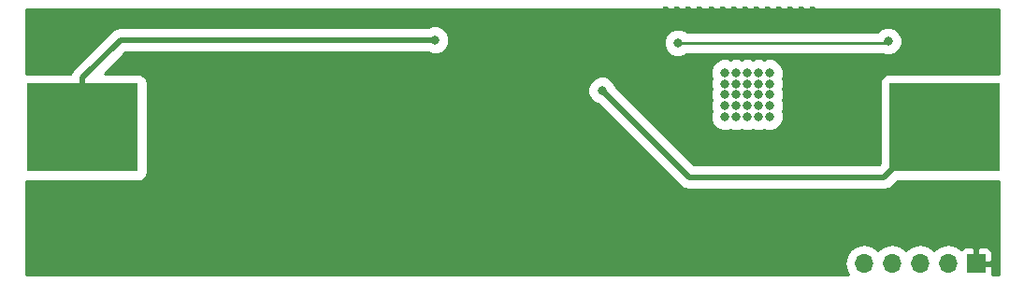
<source format=gbl>
G04 #@! TF.GenerationSoftware,KiCad,Pcbnew,no-vcs-found*
G04 #@! TF.CreationDate,2017-01-06T11:38:08+01:00*
G04 #@! TF.ProjectId,ESP32-HELP-Button-18650,45535033322D48454C502D427574746F,rev?*
G04 #@! TF.FileFunction,Copper,L2,Bot,Signal*
G04 #@! TF.FilePolarity,Positive*
%FSLAX46Y46*%
G04 Gerber Fmt 4.6, Leading zero omitted, Abs format (unit mm)*
G04 Created by KiCad (PCBNEW no-vcs-found) date Fri Jan  6 11:38:08 2017*
%MOMM*%
%LPD*%
G01*
G04 APERTURE LIST*
%ADD10C,0.100000*%
%ADD11C,0.600000*%
%ADD12O,1.700000X1.700000*%
%ADD13R,1.700000X1.700000*%
%ADD14C,0.800000*%
%ADD15R,10.000000X8.000000*%
%ADD16C,0.500000*%
%ADD17C,0.250000*%
%ADD18C,0.254000*%
G04 APERTURE END LIST*
D10*
D11*
X110469000Y-62367000D03*
X110469000Y-60970000D03*
X107548000Y-60970000D03*
X105135000Y-60970000D03*
X104119000Y-52588000D03*
X85902312Y-43002568D03*
X99237312Y-43002568D03*
X98221312Y-43002568D03*
X97205312Y-43002568D03*
X96189312Y-43002568D03*
X95173312Y-43002568D03*
X94157312Y-43002568D03*
X93141312Y-43002568D03*
X92125312Y-43002568D03*
X91109312Y-43002568D03*
X90093312Y-43002568D03*
X88950312Y-43002568D03*
X87934312Y-43002568D03*
X86918312Y-43002568D03*
D12*
X103840000Y-66000000D03*
X106380000Y-66000000D03*
X108920000Y-66000000D03*
X111460000Y-66000000D03*
D13*
X114000000Y-66000000D03*
D14*
X91270000Y-48700000D03*
X91270000Y-49700000D03*
X91270000Y-50700000D03*
X91270000Y-51700000D03*
X91270000Y-52700000D03*
X92270000Y-52700000D03*
X92270000Y-51700000D03*
X92270000Y-50700000D03*
X92270000Y-49700000D03*
X92270000Y-48700000D03*
X94270000Y-48700000D03*
X94270000Y-49700000D03*
X94270000Y-50700000D03*
X94270000Y-51700000D03*
X94270000Y-52700000D03*
X93270000Y-52700000D03*
X93270000Y-51700000D03*
X93270000Y-50700000D03*
X93270000Y-49700000D03*
X93270000Y-48700000D03*
X95270000Y-52700000D03*
X95270000Y-51700000D03*
X95270000Y-50700000D03*
X95270000Y-49700000D03*
X95270000Y-48700000D03*
D15*
X111175000Y-53674000D03*
X33075000Y-53674000D03*
D14*
X65003000Y-45730000D03*
X80116000Y-50302000D03*
X106024000Y-45857000D03*
X87000000Y-46000000D03*
D16*
X36519000Y-45730000D02*
X65003000Y-45730000D01*
X33075000Y-53674000D02*
X33075000Y-49174000D01*
X33075000Y-49174000D02*
X36519000Y-45730000D01*
X80515999Y-50701999D02*
X80116000Y-50302000D01*
X87988000Y-58174000D02*
X80515999Y-50701999D01*
X105675000Y-58174000D02*
X87988000Y-58174000D01*
X110175000Y-53674000D02*
X105675000Y-58174000D01*
X111175000Y-53674000D02*
X110175000Y-53674000D01*
D17*
X87000000Y-46000000D02*
X105881000Y-46000000D01*
X105881000Y-46000000D02*
X106024000Y-45857000D01*
D18*
G36*
X116006549Y-42984188D02*
X116012102Y-42987899D01*
X116015812Y-42993451D01*
X116036000Y-43094944D01*
X116036000Y-48767584D01*
X106175000Y-48767584D01*
X105828130Y-48836581D01*
X105534067Y-49033067D01*
X105337581Y-49327130D01*
X105268584Y-49674000D01*
X105268584Y-56969626D01*
X105203210Y-57035000D01*
X88459790Y-57035000D01*
X81358543Y-49933753D01*
X81209398Y-49572794D01*
X80847113Y-49209876D01*
X80373523Y-49013224D01*
X79860727Y-49012777D01*
X79386794Y-49208602D01*
X79023876Y-49570887D01*
X78827224Y-50044477D01*
X78826777Y-50557273D01*
X79022602Y-51031206D01*
X79384887Y-51394124D01*
X79748191Y-51544981D01*
X87182605Y-58979395D01*
X87552123Y-59226299D01*
X87988000Y-59313000D01*
X105674995Y-59313000D01*
X105675000Y-59313001D01*
X106110877Y-59226299D01*
X106480395Y-58979395D01*
X106879374Y-58580416D01*
X116036000Y-58580416D01*
X116036000Y-66905056D01*
X116015812Y-67006549D01*
X116012102Y-67012101D01*
X116006549Y-67015812D01*
X115905056Y-67036000D01*
X115460275Y-67036000D01*
X115485000Y-66976309D01*
X115485000Y-66285750D01*
X115326250Y-66127000D01*
X114127000Y-66127000D01*
X114127000Y-66147000D01*
X113873000Y-66147000D01*
X113873000Y-66127000D01*
X113853000Y-66127000D01*
X113853000Y-65873000D01*
X113873000Y-65873000D01*
X113873000Y-64673750D01*
X114127000Y-64673750D01*
X114127000Y-65873000D01*
X115326250Y-65873000D01*
X115485000Y-65714250D01*
X115485000Y-65023691D01*
X115388327Y-64790302D01*
X115209699Y-64611673D01*
X114976310Y-64515000D01*
X114285750Y-64515000D01*
X114127000Y-64673750D01*
X113873000Y-64673750D01*
X113714250Y-64515000D01*
X113023690Y-64515000D01*
X112790301Y-64611673D01*
X112675298Y-64726676D01*
X112125486Y-64359304D01*
X111460000Y-64226931D01*
X110794514Y-64359304D01*
X110230341Y-64736272D01*
X110190000Y-64796647D01*
X110149659Y-64736272D01*
X109585486Y-64359304D01*
X108920000Y-64226931D01*
X108254514Y-64359304D01*
X107690341Y-64736272D01*
X107650000Y-64796647D01*
X107609659Y-64736272D01*
X107045486Y-64359304D01*
X106380000Y-64226931D01*
X105714514Y-64359304D01*
X105150341Y-64736272D01*
X105110000Y-64796647D01*
X105069659Y-64736272D01*
X104505486Y-64359304D01*
X103840000Y-64226931D01*
X103174514Y-64359304D01*
X102610341Y-64736272D01*
X102233373Y-65300445D01*
X102101000Y-65965931D01*
X102101000Y-66034069D01*
X102233373Y-66699555D01*
X102458178Y-67036000D01*
X28094944Y-67036000D01*
X27993451Y-67015812D01*
X27987899Y-67012102D01*
X27984188Y-67006549D01*
X27964000Y-66905056D01*
X27964000Y-58558337D01*
X28075000Y-58580416D01*
X38075000Y-58580416D01*
X38421870Y-58511419D01*
X38715933Y-58314933D01*
X38912419Y-58020870D01*
X38981416Y-57674000D01*
X38981416Y-49674000D01*
X38912419Y-49327130D01*
X38715933Y-49033067D01*
X38599506Y-48955273D01*
X89980777Y-48955273D01*
X90081903Y-49200016D01*
X89981224Y-49442477D01*
X89980777Y-49955273D01*
X90081903Y-50200016D01*
X89981224Y-50442477D01*
X89980777Y-50955273D01*
X90081903Y-51200016D01*
X89981224Y-51442477D01*
X89980777Y-51955273D01*
X90081903Y-52200016D01*
X89981224Y-52442477D01*
X89980777Y-52955273D01*
X90176602Y-53429206D01*
X90538887Y-53792124D01*
X91012477Y-53988776D01*
X91525273Y-53989223D01*
X91770016Y-53888097D01*
X92012477Y-53988776D01*
X92525273Y-53989223D01*
X92770016Y-53888097D01*
X93012477Y-53988776D01*
X93525273Y-53989223D01*
X93770016Y-53888097D01*
X94012477Y-53988776D01*
X94525273Y-53989223D01*
X94770016Y-53888097D01*
X95012477Y-53988776D01*
X95525273Y-53989223D01*
X95999206Y-53793398D01*
X96362124Y-53431113D01*
X96558776Y-52957523D01*
X96559223Y-52444727D01*
X96458097Y-52199984D01*
X96558776Y-51957523D01*
X96559223Y-51444727D01*
X96458097Y-51199984D01*
X96558776Y-50957523D01*
X96559223Y-50444727D01*
X96458097Y-50199984D01*
X96558776Y-49957523D01*
X96559223Y-49444727D01*
X96458097Y-49199984D01*
X96558776Y-48957523D01*
X96559223Y-48444727D01*
X96363398Y-47970794D01*
X96001113Y-47607876D01*
X95527523Y-47411224D01*
X95014727Y-47410777D01*
X94769984Y-47511903D01*
X94527523Y-47411224D01*
X94014727Y-47410777D01*
X93769984Y-47511903D01*
X93527523Y-47411224D01*
X93014727Y-47410777D01*
X92769984Y-47511903D01*
X92527523Y-47411224D01*
X92014727Y-47410777D01*
X91769984Y-47511903D01*
X91527523Y-47411224D01*
X91014727Y-47410777D01*
X90540794Y-47606602D01*
X90177876Y-47968887D01*
X89981224Y-48442477D01*
X89980777Y-48955273D01*
X38599506Y-48955273D01*
X38421870Y-48836581D01*
X38075000Y-48767584D01*
X35092206Y-48767584D01*
X36990789Y-46869000D01*
X64384777Y-46869000D01*
X64745477Y-47018776D01*
X65258273Y-47019223D01*
X65732206Y-46823398D01*
X66095124Y-46461113D01*
X66180596Y-46255273D01*
X85710777Y-46255273D01*
X85906602Y-46729206D01*
X86268887Y-47092124D01*
X86742477Y-47288776D01*
X87255273Y-47289223D01*
X87729206Y-47093398D01*
X87808743Y-47014000D01*
X105449126Y-47014000D01*
X105766477Y-47145776D01*
X106279273Y-47146223D01*
X106753206Y-46950398D01*
X107116124Y-46588113D01*
X107312776Y-46114523D01*
X107313223Y-45601727D01*
X107117398Y-45127794D01*
X106755113Y-44764876D01*
X106281523Y-44568224D01*
X105768727Y-44567777D01*
X105294794Y-44763602D01*
X105072007Y-44986000D01*
X87809101Y-44986000D01*
X87731113Y-44907876D01*
X87257523Y-44711224D01*
X86744727Y-44710777D01*
X86270794Y-44906602D01*
X85907876Y-45268887D01*
X85711224Y-45742477D01*
X85710777Y-46255273D01*
X66180596Y-46255273D01*
X66291776Y-45987523D01*
X66292223Y-45474727D01*
X66096398Y-45000794D01*
X65734113Y-44637876D01*
X65260523Y-44441224D01*
X64747727Y-44440777D01*
X64384159Y-44591000D01*
X36519005Y-44591000D01*
X36519000Y-44590999D01*
X36083123Y-44677701D01*
X35952657Y-44764876D01*
X35713605Y-44924605D01*
X35713603Y-44924608D01*
X32269605Y-48368605D01*
X32022701Y-48738123D01*
X32016841Y-48767584D01*
X28075000Y-48767584D01*
X27964000Y-48789663D01*
X27964000Y-43094944D01*
X27984188Y-42993451D01*
X27987899Y-42987898D01*
X27993451Y-42984188D01*
X28094944Y-42964000D01*
X115905056Y-42964000D01*
X116006549Y-42984188D01*
X116006549Y-42984188D01*
G37*
X116006549Y-42984188D02*
X116012102Y-42987899D01*
X116015812Y-42993451D01*
X116036000Y-43094944D01*
X116036000Y-48767584D01*
X106175000Y-48767584D01*
X105828130Y-48836581D01*
X105534067Y-49033067D01*
X105337581Y-49327130D01*
X105268584Y-49674000D01*
X105268584Y-56969626D01*
X105203210Y-57035000D01*
X88459790Y-57035000D01*
X81358543Y-49933753D01*
X81209398Y-49572794D01*
X80847113Y-49209876D01*
X80373523Y-49013224D01*
X79860727Y-49012777D01*
X79386794Y-49208602D01*
X79023876Y-49570887D01*
X78827224Y-50044477D01*
X78826777Y-50557273D01*
X79022602Y-51031206D01*
X79384887Y-51394124D01*
X79748191Y-51544981D01*
X87182605Y-58979395D01*
X87552123Y-59226299D01*
X87988000Y-59313000D01*
X105674995Y-59313000D01*
X105675000Y-59313001D01*
X106110877Y-59226299D01*
X106480395Y-58979395D01*
X106879374Y-58580416D01*
X116036000Y-58580416D01*
X116036000Y-66905056D01*
X116015812Y-67006549D01*
X116012102Y-67012101D01*
X116006549Y-67015812D01*
X115905056Y-67036000D01*
X115460275Y-67036000D01*
X115485000Y-66976309D01*
X115485000Y-66285750D01*
X115326250Y-66127000D01*
X114127000Y-66127000D01*
X114127000Y-66147000D01*
X113873000Y-66147000D01*
X113873000Y-66127000D01*
X113853000Y-66127000D01*
X113853000Y-65873000D01*
X113873000Y-65873000D01*
X113873000Y-64673750D01*
X114127000Y-64673750D01*
X114127000Y-65873000D01*
X115326250Y-65873000D01*
X115485000Y-65714250D01*
X115485000Y-65023691D01*
X115388327Y-64790302D01*
X115209699Y-64611673D01*
X114976310Y-64515000D01*
X114285750Y-64515000D01*
X114127000Y-64673750D01*
X113873000Y-64673750D01*
X113714250Y-64515000D01*
X113023690Y-64515000D01*
X112790301Y-64611673D01*
X112675298Y-64726676D01*
X112125486Y-64359304D01*
X111460000Y-64226931D01*
X110794514Y-64359304D01*
X110230341Y-64736272D01*
X110190000Y-64796647D01*
X110149659Y-64736272D01*
X109585486Y-64359304D01*
X108920000Y-64226931D01*
X108254514Y-64359304D01*
X107690341Y-64736272D01*
X107650000Y-64796647D01*
X107609659Y-64736272D01*
X107045486Y-64359304D01*
X106380000Y-64226931D01*
X105714514Y-64359304D01*
X105150341Y-64736272D01*
X105110000Y-64796647D01*
X105069659Y-64736272D01*
X104505486Y-64359304D01*
X103840000Y-64226931D01*
X103174514Y-64359304D01*
X102610341Y-64736272D01*
X102233373Y-65300445D01*
X102101000Y-65965931D01*
X102101000Y-66034069D01*
X102233373Y-66699555D01*
X102458178Y-67036000D01*
X28094944Y-67036000D01*
X27993451Y-67015812D01*
X27987899Y-67012102D01*
X27984188Y-67006549D01*
X27964000Y-66905056D01*
X27964000Y-58558337D01*
X28075000Y-58580416D01*
X38075000Y-58580416D01*
X38421870Y-58511419D01*
X38715933Y-58314933D01*
X38912419Y-58020870D01*
X38981416Y-57674000D01*
X38981416Y-49674000D01*
X38912419Y-49327130D01*
X38715933Y-49033067D01*
X38599506Y-48955273D01*
X89980777Y-48955273D01*
X90081903Y-49200016D01*
X89981224Y-49442477D01*
X89980777Y-49955273D01*
X90081903Y-50200016D01*
X89981224Y-50442477D01*
X89980777Y-50955273D01*
X90081903Y-51200016D01*
X89981224Y-51442477D01*
X89980777Y-51955273D01*
X90081903Y-52200016D01*
X89981224Y-52442477D01*
X89980777Y-52955273D01*
X90176602Y-53429206D01*
X90538887Y-53792124D01*
X91012477Y-53988776D01*
X91525273Y-53989223D01*
X91770016Y-53888097D01*
X92012477Y-53988776D01*
X92525273Y-53989223D01*
X92770016Y-53888097D01*
X93012477Y-53988776D01*
X93525273Y-53989223D01*
X93770016Y-53888097D01*
X94012477Y-53988776D01*
X94525273Y-53989223D01*
X94770016Y-53888097D01*
X95012477Y-53988776D01*
X95525273Y-53989223D01*
X95999206Y-53793398D01*
X96362124Y-53431113D01*
X96558776Y-52957523D01*
X96559223Y-52444727D01*
X96458097Y-52199984D01*
X96558776Y-51957523D01*
X96559223Y-51444727D01*
X96458097Y-51199984D01*
X96558776Y-50957523D01*
X96559223Y-50444727D01*
X96458097Y-50199984D01*
X96558776Y-49957523D01*
X96559223Y-49444727D01*
X96458097Y-49199984D01*
X96558776Y-48957523D01*
X96559223Y-48444727D01*
X96363398Y-47970794D01*
X96001113Y-47607876D01*
X95527523Y-47411224D01*
X95014727Y-47410777D01*
X94769984Y-47511903D01*
X94527523Y-47411224D01*
X94014727Y-47410777D01*
X93769984Y-47511903D01*
X93527523Y-47411224D01*
X93014727Y-47410777D01*
X92769984Y-47511903D01*
X92527523Y-47411224D01*
X92014727Y-47410777D01*
X91769984Y-47511903D01*
X91527523Y-47411224D01*
X91014727Y-47410777D01*
X90540794Y-47606602D01*
X90177876Y-47968887D01*
X89981224Y-48442477D01*
X89980777Y-48955273D01*
X38599506Y-48955273D01*
X38421870Y-48836581D01*
X38075000Y-48767584D01*
X35092206Y-48767584D01*
X36990789Y-46869000D01*
X64384777Y-46869000D01*
X64745477Y-47018776D01*
X65258273Y-47019223D01*
X65732206Y-46823398D01*
X66095124Y-46461113D01*
X66180596Y-46255273D01*
X85710777Y-46255273D01*
X85906602Y-46729206D01*
X86268887Y-47092124D01*
X86742477Y-47288776D01*
X87255273Y-47289223D01*
X87729206Y-47093398D01*
X87808743Y-47014000D01*
X105449126Y-47014000D01*
X105766477Y-47145776D01*
X106279273Y-47146223D01*
X106753206Y-46950398D01*
X107116124Y-46588113D01*
X107312776Y-46114523D01*
X107313223Y-45601727D01*
X107117398Y-45127794D01*
X106755113Y-44764876D01*
X106281523Y-44568224D01*
X105768727Y-44567777D01*
X105294794Y-44763602D01*
X105072007Y-44986000D01*
X87809101Y-44986000D01*
X87731113Y-44907876D01*
X87257523Y-44711224D01*
X86744727Y-44710777D01*
X86270794Y-44906602D01*
X85907876Y-45268887D01*
X85711224Y-45742477D01*
X85710777Y-46255273D01*
X66180596Y-46255273D01*
X66291776Y-45987523D01*
X66292223Y-45474727D01*
X66096398Y-45000794D01*
X65734113Y-44637876D01*
X65260523Y-44441224D01*
X64747727Y-44440777D01*
X64384159Y-44591000D01*
X36519005Y-44591000D01*
X36519000Y-44590999D01*
X36083123Y-44677701D01*
X35952657Y-44764876D01*
X35713605Y-44924605D01*
X35713603Y-44924608D01*
X32269605Y-48368605D01*
X32022701Y-48738123D01*
X32016841Y-48767584D01*
X28075000Y-48767584D01*
X27964000Y-48789663D01*
X27964000Y-43094944D01*
X27984188Y-42993451D01*
X27987899Y-42987898D01*
X27993451Y-42984188D01*
X28094944Y-42964000D01*
X115905056Y-42964000D01*
X116006549Y-42984188D01*
M02*

</source>
